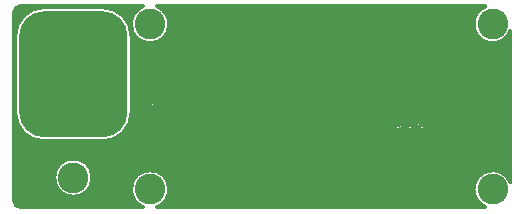
<source format=gbl>
G04 DesignSpark PCB Gerber Version 10.0 Build 5299*
G04 #@! TF.Part,Single*
G04 #@! TF.FileFunction,Copper,L2,Bot*
G04 #@! TF.FilePolarity,Positive*
%FSLAX35Y35*%
%MOMM*%
%ADD10C,0.20000*%
%ADD11C,0.30000*%
%ADD12C,0.38100*%
G04 #@! TA.AperFunction,ViaPad*
%ADD13C,0.60000*%
%ADD14C,2.00000*%
G04 #@! TA.AperFunction,WasherPad*
%ADD17C,2.60000*%
G04 #@! TD.AperFunction*
X0Y0D02*
D02*
D10*
X1773180Y1287280D02*
Y1936280D01*
G75*
G03*
X1573180Y2136280I-200000J0D01*
G01*
X1473130D01*
Y1986980D01*
G75*
G02*
X1469180Y1985930I-2500J1450D01*
G01*
Y2137280D01*
G75*
G02*
X1169180I-150000J17188300D01*
G01*
X1074180D01*
G75*
G03*
X873180Y1936280I0J-201000D01*
G01*
Y1287280D01*
G75*
G03*
X1073180Y1087280I200000J0D01*
G01*
X1573180D01*
G75*
G03*
X1773180Y1287280I0J200000D01*
G01*
G36*
X1773180Y1287280D02*
Y1936280D01*
G75*
G03*
X1573180Y2136280I-200000J0D01*
G01*
X1473130D01*
Y1986980D01*
G75*
G02*
X1469180Y1985930I-2500J1450D01*
G01*
Y2137280D01*
G75*
G02*
X1169180I-150000J17188300D01*
G01*
X1074180D01*
G75*
G03*
X873180Y1936280I0J-201000D01*
G01*
Y1287280D01*
G75*
G03*
X1073180Y1087280I200000J0D01*
G01*
X1573180D01*
G75*
G03*
X1773180Y1287280I0J200000D01*
G01*
G37*
D02*
D11*
X823180Y2137280D02*
Y537280D01*
G75*
G03*
X873180Y487280I50000J0D01*
G01*
X1911210D01*
G75*
G02*
X1811130Y636980I61920J149700D01*
G01*
G75*
G02*
X2135130I162000J0D01*
G01*
G75*
G02*
X2035050Y487280I-162000J0D01*
G01*
X4811210D01*
G75*
G02*
X4711130Y636980I61920J149700D01*
G01*
G75*
G02*
X5023180Y698050I162000J0D01*
G01*
Y1975910D01*
G75*
G02*
X4711130Y2036980I-150050J61070D01*
G01*
G75*
G02*
X4812680Y2187280I162000J0D01*
G01*
X2033580D01*
G75*
G02*
X2135130Y2036980I-60450J-150300D01*
G01*
G75*
G02*
X1811130I-162000J0D01*
G01*
G75*
G02*
X1912680Y2187280I162000J0D01*
G01*
X873180D01*
G75*
G03*
X823180Y2137280I0J-50000D01*
G01*
X3487230Y1336980D02*
G75*
G02*
X3577130I44950J0D01*
G01*
G75*
G02*
X3487230I-44950J0D01*
G01*
X4028180Y1186980D02*
G75*
G02*
X4118080I44950J0D01*
G01*
G75*
G02*
X4028180I-44950J0D01*
G01*
Y1486980D02*
G75*
G02*
X4118080I44950J0D01*
G01*
G75*
G02*
X4028180I-44950J0D01*
G01*
X4128180Y1186980D02*
G75*
G02*
X4218080I44950J0D01*
G01*
G75*
G02*
X4128180I-44950J0D01*
G01*
Y1486980D02*
G75*
G02*
X4218080I44950J0D01*
G01*
G75*
G02*
X4128180I-44950J0D01*
G01*
X4228180Y1186980D02*
G75*
G02*
X4318080I44950J0D01*
G01*
G75*
G02*
X4228180I-44950J0D01*
G01*
Y1486980D02*
G75*
G02*
X4318080I44950J0D01*
G01*
G75*
G02*
X4228180I-44950J0D01*
G01*
X1928180Y1336980D02*
G75*
G02*
X2018080I44950J0D01*
G01*
G75*
G02*
X1928180I-44950J0D01*
G01*
X1573180Y2179060D02*
G75*
G02*
X1815960Y1936280I0J-242780D01*
G01*
Y1287280D01*
G75*
G02*
X1573180Y1044500I-242780J0D01*
G01*
X1073180D01*
G75*
G02*
X830400Y1287280I0J242780D01*
G01*
Y1936280D01*
G75*
G02*
X1074180Y2180060I243780J0D01*
G01*
X1169130D01*
G75*
G02*
X1169550I210J-44400D01*
G01*
G75*
G03*
X1468810I149630J17145900D01*
G01*
G75*
G02*
X1478380Y2179060I370J-42800D01*
G01*
X1573180D01*
X1161130Y736980D02*
G75*
G02*
X1485130I162000J0D01*
G01*
G75*
G02*
X1161130I-162000J0D01*
G01*
X838180D02*
G36*
X838180Y736980D02*
Y502280D01*
X1883120D01*
G75*
G02*
X1811130Y636960I89980J134680D01*
G01*
G75*
G02*
Y636980I190990J10D01*
G01*
G75*
G02*
X1845680Y736980I162000J0D01*
G01*
X1485130D01*
G75*
G02*
X1161130I-162000J0D01*
G01*
X838180D01*
G37*
X2100580D02*
G36*
X2100580Y736980D02*
G75*
G02*
X2135130Y636980I-127450J-100000D01*
G01*
G75*
G02*
Y636960I-190990J-10D01*
G01*
G75*
G02*
X2063140Y502280I-161970J0D01*
G01*
X4783120D01*
G75*
G02*
X4711130Y636960I89980J134680D01*
G01*
G75*
G02*
Y636980I190990J10D01*
G01*
G75*
G02*
Y636990I286480J10D01*
G01*
G75*
G02*
X4745670Y736980I162000J0D01*
G01*
X2100580D01*
G37*
X5000590D02*
G36*
X5000590Y736980D02*
G75*
G02*
X5008180Y726460I-127450J-99950D01*
G01*
Y736980D01*
X5000590D01*
G37*
X838180Y1186980D02*
G36*
X838180Y1186980D02*
Y736980D01*
X1161130D01*
G75*
G02*
X1485130I162000J0D01*
G01*
X1845680D01*
G75*
G02*
X2100580I127450J-100000D01*
G01*
X4745670D01*
G75*
G02*
X5000590I127460J-100000D01*
G01*
X5008180D01*
Y1186980D01*
X4318080D01*
G75*
G02*
X4228180I-44950J0D01*
G01*
X4218080D01*
G75*
G02*
X4128180I-44950J0D01*
G01*
X4118080D01*
G75*
G02*
X4028180I-44950J0D01*
G01*
X1794270D01*
G75*
G02*
X1573180Y1044500I-221100J100310D01*
G01*
X1073180D01*
G75*
G02*
X852090Y1186980I10J242790D01*
G01*
X838180D01*
G37*
Y1226320D02*
G36*
X838180Y1226320D02*
Y1186980D01*
X852090D01*
G75*
G02*
X838180Y1226320I221130J100320D01*
G01*
G37*
X1815960Y1287280D02*
G36*
X1815960Y1287280D02*
G75*
G02*
X1794270Y1186980I-242790J10D01*
G01*
X4028180D01*
G75*
G02*
X4118080I44950J0D01*
G01*
X4128180D01*
G75*
G02*
X4218080I44950J0D01*
G01*
X4228180D01*
G75*
G02*
X4318080I44950J0D01*
G01*
X5008180D01*
Y1336980D01*
X3577130D01*
G75*
G02*
X3487230I-44950J0D01*
G01*
X2018080D01*
G75*
G02*
X1928180I-44950J0D01*
G01*
X1815960D01*
Y1287280D01*
G37*
Y1486980D02*
G36*
X1815960Y1486980D02*
Y1336980D01*
X1928180D01*
G75*
G02*
X2018080I44950J0D01*
G01*
X3487230D01*
G75*
G02*
X3577130I44950J0D01*
G01*
X5008180D01*
Y1486980D01*
X4318080D01*
G75*
G02*
X4228180I-44950J0D01*
G01*
X4218080D01*
G75*
G02*
X4128180I-44950J0D01*
G01*
X4118080D01*
G75*
G02*
X4028180I-44950J0D01*
G01*
X1815960D01*
G37*
X838180Y2172280D02*
G36*
X838180Y2172280D02*
Y1997380D01*
G75*
G02*
X1013080Y2172280I236000J-61100D01*
G01*
X838180D01*
G37*
X1815960Y1936280D02*
G36*
X1815960Y1936280D02*
Y1486980D01*
X4028180D01*
G75*
G02*
X4118080I44950J0D01*
G01*
X4128180D01*
G75*
G02*
X4218080I44950J0D01*
G01*
X4228180D01*
G75*
G02*
X4318080I44950J0D01*
G01*
X5008180D01*
Y1947500D01*
G75*
G02*
X4711130Y2036970I-135050J89470D01*
G01*
G75*
G02*
Y2036980I572960J10D01*
G01*
G75*
G02*
X4784040Y2172280I162030J-20D01*
G01*
X2062230D01*
G75*
G02*
X2135130Y2036980I-89100J-135300D01*
G01*
G75*
G02*
X1811130I-162000J0D01*
G01*
G75*
G02*
X1884040Y2172280I162030J-20D01*
G01*
X1630150D01*
G75*
G02*
X1815960Y1936280I-56980J-236010D01*
G01*
G37*
D02*
D12*
X1323130Y1981980D02*
Y1482730D01*
X1323580Y1482280D01*
X3532180Y1336980D02*
X1973130D01*
X4073130Y1486980D02*
Y1377230D01*
X4036180Y1340280D01*
X3535480D01*
X3532180Y1336980D01*
D02*
D13*
X1973130D03*
X3532180D03*
X4073130Y1186980D03*
Y1486980D03*
X4173130Y1186980D03*
Y1486980D03*
X4273130Y1186980D03*
Y1486980D03*
D02*
D14*
X1323130Y1981980D03*
X1323580Y1482280D03*
D02*
D17*
X1323130Y736980D03*
X1973130Y636980D03*
Y2036980D03*
X4873130Y636980D03*
Y2036980D03*
X0Y0D02*
M02*

</source>
